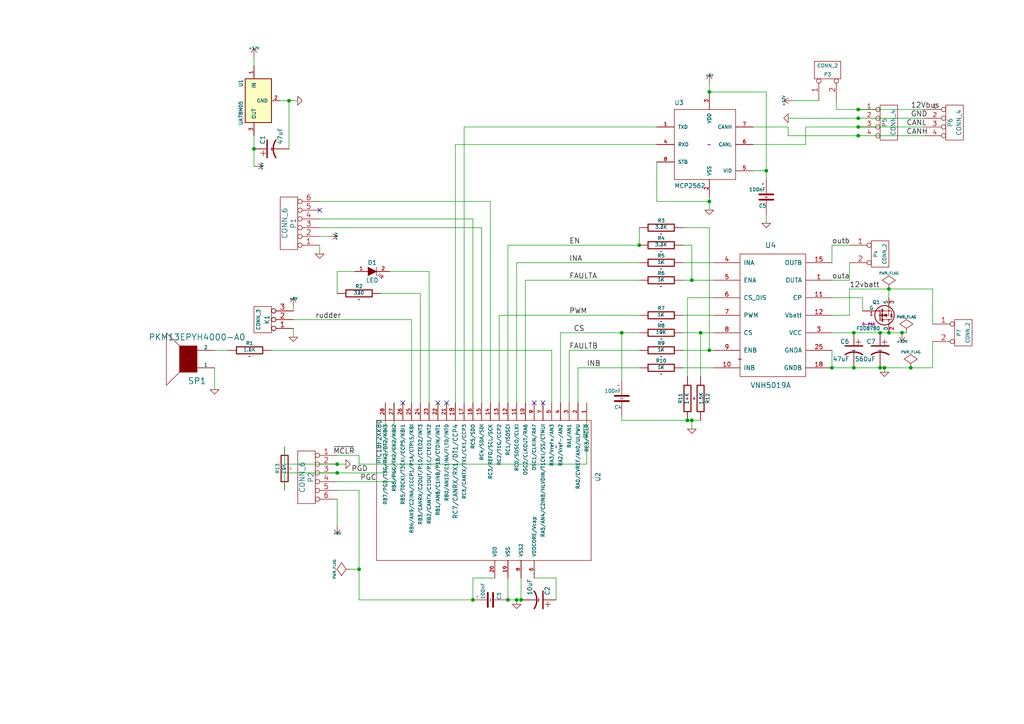
<source format=kicad_sch>
(kicad_sch (version 20211123) (generator eeschema)
  (paper "A4")
  (title_block (title "noname.sch") (date "6 mar 2014"))
  (lib_symbols
    (symbol "command-rescue:+12V" (power) (pin_names (offset 0))
      (property "Value" "+12V" (at 0 3.556 0))
      (symbol "+12V_0_1"
        (polyline (pts (xy -0.762 1.27) (xy 0 2.54)))
        (polyline (pts (xy 0 0) (xy 0 2.54)))
        (polyline (pts (xy 0 2.54) (xy 0.762 1.27)))
      )
      (symbol "+12V_1_1"
        (pin power_in line (at 0 0 90) (length 0) hide (name "+12V") (number "1"))
      )
    )
    (symbol "command-rescue:+5V" (power) (pin_names (offset 0))
      (property "Value" "+5V" (at 0 3.556 0))
      (symbol "+5V_0_1"
        (polyline (pts (xy -0.762 1.27) (xy 0 2.54)))
        (polyline (pts (xy 0 0) (xy 0 2.54)))
        (polyline (pts (xy 0 2.54) (xy 0.762 1.27)))
      )
      (symbol "+5V_1_1"
        (pin power_in line (at 0 0 90) (length 0) hide (name "+5V") (number "1"))
      )
    )
    (symbol "command-rescue:C-RESCUE-command" (pin_numbers hide) (pin_names (offset 0.254))
      (property "Reference" "C" (at 0 2.54 0))
      (property "Value" "C-RESCUE-command" (at 0.1524 -2.159 0))
      (symbol "C-RESCUE-command_0_1"
        (polyline (pts (xy -2.032 -0.762) (xy 2.032 -0.762)) (stroke (width 0.508)))
        (polyline (pts (xy -2.032 0.762) (xy 2.032 0.762)) (stroke (width 0.508)))
      )
      (symbol "C-RESCUE-command_1_1"
        (pin passive line (at 0 5.08 270) (length 4.318) (name "~") (number "1"))
        (pin passive line (at 0 -5.08 90) (length 4.318) (name "~") (number "2"))
      )
    )
    (symbol "command-rescue:CONN_2" (pin_names (offset 1.016) hide)
      (property "Reference" "P" (at -1.27 0 90))
      (property "Value" "CONN_2" (at 1.27 0 90))
      (symbol "CONN_2_0_1"
        (rectangle (start -2.54 3.81) (end 2.54 -3.81))
      )
      (symbol "CONN_2_1_1"
        (pin passive inverted (at -8.89 2.54 0) (length 6.35) (name "P1") (number "1"))
        (pin passive inverted (at -8.89 -2.54 0) (length 6.35) (name "PM") (number "2"))
      )
    )
    (symbol "command-rescue:CONN_3" (pin_names (offset 1.016) hide)
      (property "Reference" "K" (at -1.27 0 90))
      (property "Value" "CONN_3" (at 1.27 0 90))
      (symbol "CONN_3_0_1"
        (rectangle (start -2.54 3.81) (end 2.54 -3.81))
      )
      (symbol "CONN_3_1_1"
        (pin passive inverted (at -8.89 2.54 0) (length 6.35) (name "P1") (number "1"))
        (pin passive inverted (at -8.89 0 0) (length 6.35) (name "PM") (number "2"))
        (pin passive inverted (at -8.89 -2.54 0) (length 6.35) (name "P3") (number "3"))
      )
    )
    (symbol "command-rescue:CONN_4" (pin_names (offset 1.016) hide)
      (property "Reference" "P" (at -1.27 0 90))
      (property "Value" "CONN_4" (at 1.27 0 90))
      (symbol "CONN_4_0_1"
        (rectangle (start -2.54 5.08) (end 2.54 -5.08))
      )
      (symbol "CONN_4_1_1"
        (pin passive inverted (at -8.89 3.81 0) (length 6.35) (name "P1") (number "1"))
        (pin passive inverted (at -8.89 1.27 0) (length 6.35) (name "P2") (number "2"))
        (pin passive inverted (at -8.89 -1.27 0) (length 6.35) (name "P3") (number "3"))
        (pin passive inverted (at -8.89 -3.81 0) (length 6.35) (name "P4") (number "4"))
      )
    )
    (symbol "command-rescue:CONN_6" (pin_names (offset 0.762) hide)
      (property "Reference" "P" (at -1.27 0 90))
      (property "Value" "CONN_6" (at 1.27 0 90))
      (symbol "CONN_6_0_1"
        (rectangle (start -2.54 7.62) (end 2.54 -7.62))
      )
      (symbol "CONN_6_1_1"
        (pin passive inverted (at -8.89 6.35 0) (length 6.35) (name "1") (number "1"))
        (pin passive inverted (at -8.89 3.81 0) (length 6.35) (name "2") (number "2"))
        (pin passive inverted (at -8.89 1.27 0) (length 6.35) (name "3") (number "3"))
        (pin passive inverted (at -8.89 -1.27 0) (length 6.35) (name "4") (number "4"))
        (pin passive inverted (at -8.89 -3.81 0) (length 6.35) (name "5") (number "5"))
        (pin passive inverted (at -8.89 -6.35 0) (length 6.35) (name "6") (number "6"))
      )
    )
    (symbol "command-rescue:CP1-RESCUE-command" (pin_numbers hide) (pin_names (offset 0.254) hide)
      (property "Reference" "C" (at 1.27 2.54 0))
      (property "Value" "CP1-RESCUE-command" (at 1.27 -2.54 0))
      (symbol "CP1-RESCUE-command_0_0"
        (text "+" (at -1.27 2.54 0) (effects (font (size 2.032 2.032))))
      )
      (symbol "CP1-RESCUE-command_0_1"
        (polyline (pts (xy -2.54 1.27) (xy 2.54 1.27) (xy 1.27 1.27) (xy 1.27 1.27)) (stroke (width 0.381)))
        (arc (start 2.54 -1.27) (mid 0 -0.5009) (end -2.54 -1.27) (stroke (width 0.381)))
      )
      (symbol "CP1-RESCUE-command_1_1"
        (pin passive line (at 0 5.08 270) (length 3.81) (name "~") (number "1"))
        (pin passive line (at 0 -5.08 90) (length 4.572) (name "~") (number "2"))
      )
    )
    (symbol "command-rescue:GND-RESCUE-command" (power) (pin_names (offset 0))
      (symbol "GND-RESCUE-command_0_1"
        (polyline (pts (xy -1.27 0) (xy 0 -1.27) (xy 1.27 0) (xy -1.27 0)))
      )
      (symbol "GND-RESCUE-command_1_1"
        (pin power_in line (at 0 0 90) (length 0) hide (name "GND") (number "1"))
      )
    )
    (symbol "command-rescue:LED-RESCUE-command" (pin_names (offset 1.016) hide)
      (property "Reference" "D" (at 0 2.54 0))
      (property "Value" "LED-RESCUE-command" (at 0 -2.54 0))
      (symbol "LED-RESCUE-command_0_1"
        (polyline (pts (xy 1.27 1.27) (xy 1.27 -1.27)))
        (polyline (pts (xy -1.27 1.27) (xy 1.27 0) (xy -1.27 -1.27)) (fill (type outline)))
        (polyline (pts (xy 1.651 -1.016) (xy 2.794 -2.032) (xy 2.667 -1.397)))
        (polyline (pts (xy 2.032 -0.635) (xy 3.175 -1.651) (xy 3.048 -1.016)))
      )
      (symbol "LED-RESCUE-command_1_1"
        (pin passive line (at -5.08 0 0) (length 3.81) (name "A") (number "1"))
        (pin passive line (at 5.08 0 180) (length 3.81) (name "K") (number "2"))
      )
    )
    (symbol "command-rescue:MC78M05CDT" (pin_names (offset 1.016))
      (property "Reference" "U" (at -5.08 5.08 0))
      (property "Value" "MC78M05CDT" (at 0 5.08 0))
      (property "Footprint" "TO-252" (at 0 2.54 0))
      (symbol "MC78M05CDT_0_1"
        (rectangle (start -6.35 3.81) (end 6.35 -3.81) (stroke (width 0.254)) (fill (type background)))
      )
      (symbol "MC78M05CDT_1_1"
        (pin input line (at -10.16 1.27 0) (length 3.81) (name "IN") (number "1"))
        (pin power_in line (at 0 -6.35 90) (length 2.54) (name "GND") (number "2"))
        (pin power_out line (at 10.16 1.27 180) (length 3.81) (name "OUT") (number "3"))
      )
    )
    (symbol "command-rescue:PWR_FLAG" (power) (pin_numbers hide) (pin_names (offset 0) hide)
      (property "Value" "PWR_FLAG" (at 0 4.572 0))
      (symbol "PWR_FLAG_0_0"
        (pin power_out line (at 0 0 90) (length 0) (name "pwr") (number "1"))
      )
      (symbol "PWR_FLAG_0_1"
        (polyline (pts (xy 0 0) (xy 0 1.27) (xy -1.905 2.54) (xy 0 3.81) (xy 1.905 2.54) (xy 0 1.27)))
      )
    )
    (symbol "command-rescue:R-RESCUE-command" (pin_numbers hide) (pin_names (offset 0))
      (property "Reference" "R" (at 2.032 0 90))
      (property "Value" "R-RESCUE-command" (at 0.1778 0.0254 90))
      (symbol "R-RESCUE-command_0_1"
        (rectangle (start -1.016 3.81) (end 1.016 -3.81) (stroke (width 0.3048)))
      )
      (symbol "R-RESCUE-command_1_1"
        (pin passive line (at 0 6.35 270) (length 2.54) (name "~") (number "1"))
        (pin passive line (at 0 -6.35 90) (length 2.54) (name "~") (number "2"))
      )
    )
    (symbol "command-rescue:SPEAKER" (pin_numbers hide) (pin_names (offset 0))
      (property "Reference" "SP" (at -2.54 6.35 0))
      (property "Value" "SPEAKER" (at -2.54 -6.35 0))
      (symbol "SPEAKER_0_0"
        (polyline (pts (xy 2.54 3.81) (xy 6.35 7.62) (xy 6.35 -7.62) (xy 2.54 -3.81)))
        (polyline (pts (xy -2.54 3.81) (xy 2.54 3.81) (xy 2.54 -3.81) (xy -2.54 -3.81) (xy -2.54 3.81)) (fill (type outline)))
      )
      (symbol "SPEAKER_1_1"
        (pin input line (at -7.62 2.54 0) (length 5.08) (name "1") (number "1"))
        (pin input line (at -7.62 -2.54 0) (length 5.08) (name "2") (number "2"))
      )
    )
    (symbol "fdd8780:FDD8780" (pin_names (offset 0))
      (property "Reference" "Q" (at 0 -3.7846 0))
      (property "Value" "FDD8780" (at 0 3.81 0))
      (property "Footprint" "D-PAK" (at -3.302 2.5908 0))
      (symbol "FDD8780_0_1"
        (polyline (pts (xy 0.635 -1.016) (xy 0.635 -1.651)) (stroke (width 0.508)))
        (polyline (pts (xy 0.635 0.381) (xy 0.635 -0.381)) (stroke (width 0.508)))
        (polyline (pts (xy 0.635 1.651) (xy 0.635 1.016)) (stroke (width 0.508)))
        (polyline (pts (xy 3.048 0.381) (xy 2.921 0.254)))
        (polyline (pts (xy 3.048 0.381) (xy 3.556 0.381)))
        (polyline (pts (xy 3.556 0.381) (xy 3.683 0.508)))
        (polyline (pts (xy 0 1.524) (xy 0 -1.524) (xy 0 -1.524)) (stroke (width 0.254)))
        (polyline (pts (xy 0.762 -1.27) (xy 2.54 -1.27) (xy 2.54 -2.54) (xy 2.54 -2.54)))
        (polyline (pts (xy 0.762 1.27) (xy 2.54 1.27) (xy 2.54 2.54) (xy 2.54 2.54)))
        (polyline (pts (xy 2.54 1.27) (xy 3.302 1.27) (xy 3.302 -1.27) (xy 2.54 -1.27)))
        (polyline (pts (xy 3.302 0.381) (xy 3.048 -0.254) (xy 3.556 -0.254) (xy 3.302 0.381)) (fill (type outline)))
        (polyline (pts (xy 0.762 0) (xy 1.27 0) (xy 2.54 0) (xy 2.54 -1.27) (xy 2.54 -1.27)))
        (polyline (pts (xy 0.889 0) (xy 1.905 0.381) (xy 1.905 -0.381) (xy 0.889 0) (xy 1.016 0) (xy 1.016 0)) (fill (type outline)))
        (circle (center 1.27 0) (radius 2.8194) (stroke (width 0.254)))
        (circle (center 2.54 -1.27) (radius 0.127))
        (circle (center 2.54 1.27) (radius 0.127))
      )
      (symbol "FDD8780_1_1"
        (pin input line (at -5.08 -1.27 0) (length 5.08) (name "G") (number "1"))
        (pin passive line (at 2.54 5.08 270) (length 2.54) (name "D") (number "2"))
        (pin passive line (at 2.54 -5.08 90) (length 2.54) (name "S") (number "3"))
      )
    )
    (symbol "microchip-local:MCP2562" (pin_names (offset 1.016))
      (property "Reference" "U" (at -10.16 11.43 0))
      (property "Value" "MCP2562" (at -10.16 -12.7 0))
      (symbol "MCP2562_1_0"
        (polyline (pts (xy -10.16 -10.16) (xy 7.62 -10.16)))
        (polyline (pts (xy -10.16 10.16) (xy -10.16 -10.16)))
        (polyline (pts (xy 7.62 -10.16) (xy 7.62 10.16)))
        (polyline (pts (xy 7.62 10.16) (xy -10.16 10.16)))
      )
      (symbol "MCP2562_1_1"
        (pin input line (at -15.24 5.08 0) (length 5.08) (name "TXD") (number "1"))
        (pin power_in line (at 0 -15.24 90) (length 5.08) (name "VSS") (number "2"))
        (pin power_in line (at 0 15.24 270) (length 5.08) (name "VDD") (number "3"))
        (pin output line (at -15.24 0 0) (length 5.08) (name "RXD") (number "4"))
        (pin power_in line (at 12.7 -7.62 180) (length 5.08) (name "VIO") (number "5"))
        (pin bidirectional line (at 12.7 0 180) (length 5.08) (name "CANL") (number "6"))
        (pin bidirectional line (at 12.7 5.08 180) (length 5.08) (name "CANH") (number "7"))
        (pin input line (at -15.24 -5.08 0) (length 5.08) (name "STB") (number "8"))
      )
    )
    (symbol "microchip-local:PIC18F2xK80" (pin_names (offset 1.016))
      (property "Reference" "U" (at 2.54 33.02 0))
      (property "Value" "PIC18F2xK80" (at 7.62 -33.02 0))
      (symbol "PIC18F2xK80_1_0"
        (polyline (pts (xy -20.32 -30.48) (xy 20.32 -30.48)))
        (polyline (pts (xy -20.32 31.75) (xy -20.32 -30.48)))
        (polyline (pts (xy 20.32 -30.48) (xy 20.32 31.75)))
        (polyline (pts (xy 20.32 31.75) (xy -20.32 31.75)))
      )
      (symbol "PIC18F2xK80_1_1"
        (pin input line (at 25.4 30.48 180) (length 5.08) (name "RE3/~{MCLR}") (number "1"))
        (pin bidirectional line (at 25.4 12.7 180) (length 5.08) (name "OSC2/CLKOUT/RA6") (number "10"))
        (pin bidirectional line (at 25.4 10.16 180) (length 5.08) (name "RC0/SOSCO/CLKI") (number "11"))
        (pin bidirectional line (at 25.4 7.62 180) (length 5.08) (name "RC1/ISOSCI") (number "12"))
        (pin bidirectional line (at 25.4 5.08 180) (length 5.08) (name "RC2/T1G/CCP2") (number "13"))
        (pin bidirectional line (at 25.4 2.54 180) (length 5.08) (name "RC3/REFO/SCL/SCK") (number "14"))
        (pin bidirectional line (at 25.4 0 180) (length 5.08) (name "RC4/SDA/SDI") (number "15"))
        (pin bidirectional line (at 25.4 -2.54 180) (length 5.08) (name "RC5/SDO") (number "16"))
        (pin bidirectional line (at 25.4 -5.08 180) (length 5.08) (name "RC6/CANTX/TX1/CK1/CCP3") (number "17"))
        (pin input line (at 25.4 -7.62 180) (length 5.08) (name "RC7/CANRX/RX1/DT1/CCP4") (number "18"))
        (pin power_in line (at -25.4 7.62 0) (length 5.08) (name "VSS") (number "19"))
        (pin bidirectional line (at 25.4 27.94 180) (length 5.08) (name "RA0/CVREF/AN0/ULPWU") (number "2"))
        (pin power_in line (at -25.4 3.81 0) (length 5.08) (name "VDD") (number "20"))
        (pin bidirectional line (at 25.4 -10.16 180) (length 5.08) (name "RB0/AN10/C1INA/FLT0/INT0") (number "21"))
        (pin bidirectional line (at 25.4 -12.7 180) (length 5.08) (name "RB1/AN8/C1INB/P1B/CTDIN/INT1") (number "22"))
        (pin bidirectional line (at 25.4 -15.24 180) (length 5.08) (name "RB2/CANTX/C1OUT/P1C/CTED1/INT2") (number "23"))
        (pin bidirectional line (at 25.4 -17.78 180) (length 5.08) (name "RB3/CANRX/C2OUT/P1D/CTED2/INT3") (number "24"))
        (pin bidirectional line (at 25.4 -20.32 180) (length 5.08) (name "RB4/AN9/C2INA/ECCP1/P1A/CTPLS/KBI") (number "25"))
        (pin bidirectional line (at 25.4 -22.86 180) (length 5.08) (name "RB5/T0CKI/T3CKI/CCP5/KBI1") (number "26"))
        (pin bidirectional line (at 25.4 -25.4 180) (length 5.08) (name "RB6/PGC/TX2/CK2/KBI2") (number "27"))
        (pin bidirectional line (at 25.4 -27.94 180) (length 5.08) (name "RB7/PGD/T3G/RX2/DT2/KBI3") (number "28"))
        (pin bidirectional line (at 25.4 25.4 180) (length 5.08) (name "RA1/AN1") (number "3"))
        (pin bidirectional line (at 25.4 22.86 180) (length 5.08) (name "RA2/Vref-/AN2") (number "4"))
        (pin bidirectional line (at 25.4 20.32 180) (length 5.08) (name "RA3/Vref+/AN3") (number "5"))
        (pin bidirectional line (at -25.4 15.24 0) (length 5.08) (name "VDDCORE/Vcap") (number "6"))
        (pin bidirectional line (at 25.4 17.78 180) (length 5.08) (name "RA5/AN4/C2INB/HLVDIN/T1CKI/SS/CTMUI") (number "7"))
        (pin power_in line (at -25.4 11.43 0) (length 5.08) (name "VSS2") (number "8"))
        (pin bidirectional line (at 25.4 15.24 180) (length 5.08) (name "OSC1/CLKIN/RA7") (number "9"))
      )
    )
    (symbol "vnh5019a:VNH5019A" (pin_names (offset 1.016))
      (property "Reference" "U" (at 0 20.32 0))
      (property "Value" "VNH5019A" (at 0 -20.32 0))
      (symbol "VNH5019A_0_1"
        (rectangle (start 10.16 17.78) (end -8.89 -17.78))
      )
      (symbol "VNH5019A_1_1"
        (pin output line (at 17.78 10.16 180) (length 7.62) (name "OUTA") (number "1"))
        (pin input line (at -16.51 -15.24 0) (length 7.62) (name "INB") (number "10"))
        (pin output line (at 17.78 5.08 180) (length 7.62) (name "CP") (number "11"))
        (pin power_in line (at 17.78 0 180) (length 7.62) (name "Vbatt") (number "12"))
        (pin output line (at 17.78 15.24 180) (length 7.62) (name "OUTB") (number "15"))
        (pin power_in line (at 17.78 -15.24 180) (length 7.62) (name "GNDB") (number "18"))
        (pin power_in line (at 17.78 -10.16 180) (length 7.62) (name "GNDA") (number "25"))
        (pin power_in line (at 17.78 -5.08 180) (length 7.62) (name "VCC") (number "3"))
        (pin input line (at -16.51 15.24 0) (length 7.62) (name "INA") (number "4"))
        (pin open_collector line (at -16.51 10.16 0) (length 7.62) (name "ENA") (number "5"))
        (pin input line (at -16.51 5.08 0) (length 7.62) (name "CS_DIS") (number "6"))
        (pin input line (at -16.51 0 0) (length 7.62) (name "PWM") (number "7"))
        (pin output line (at -16.51 -5.08 0) (length 7.62) (name "CS") (number "8"))
        (pin open_collector line (at -16.51 -10.16 0) (length 7.62) (name "ENB") (number "9"))
      )
    )
  )
  (junction (at 73.66 43.18))
  (junction (at 104.14 165.1))
  (junction (at 255.27 96.52))
  (junction (at 205.74 26.67))
  (junction (at 257.81 83.82))
  (junction (at 83.82 29.21))
  (junction (at 180.34 96.52))
  (junction (at 248.92 31.75))
  (junction (at 149.86 173.99))
  (junction (at 97.79 134.62))
  (junction (at 257.81 96.52))
  (junction (at 247.65 106.68))
  (junction (at 200.66 81.28))
  (junction (at 241.3 106.68))
  (junction (at 248.92 39.37))
  (junction (at 151.13 173.99))
  (junction (at 147.32 173.99))
  (junction (at 264.16 106.68))
  (junction (at 203.2 96.52))
  (junction (at 185.42 71.12))
  (junction (at 248.92 36.83))
  (junction (at 261.62 96.52))
  (junction (at 200.66 121.92))
  (junction (at 247.65 96.52))
  (junction (at 137.16 173.99))
  (junction (at 97.79 137.16))
  (junction (at 199.39 121.92))
  (junction (at 205.74 101.6))
  (junction (at 222.25 49.53))
  (junction (at 248.92 34.29))
  (junction (at 205.74 58.42))
  (junction (at 256.54 106.68))
  (junction (at 255.27 106.68))
  (no_connect (at 129.54 116.84))
  (no_connect (at 157.48 116.84))
  (no_connect (at 127 116.84))
  (no_connect (at 154.94 116.84))
  (no_connect (at 116.84 116.84))
  (no_connect (at 92.71 60.96))
  (wire (pts (xy 205.74 57.15) (xy 205.74 58.42)))
  (wire (pts (xy 152.4 81.28) (xy 152.4 116.84)))
  (wire (pts (xy 95.25 68.58) (xy 92.71 68.58)))
  (wire (pts (xy 247.65 106.68) (xy 255.27 106.68)))
  (wire (pts (xy 200.66 71.12) (xy 200.66 81.28)))
  (wire (pts (xy 222.25 26.67) (xy 222.25 49.53)))
  (wire (pts (xy 142.24 58.42) (xy 92.71 58.42)))
  (wire (pts (xy 104.14 132.08) (xy 97.79 132.08)))
  (wire (pts (xy 62.23 101.6) (xy 66.04 101.6)))
  (wire (pts (xy 152.4 81.28) (xy 185.42 81.28)))
  (wire (pts (xy 104.14 134.62) (xy 170.18 134.62)))
  (wire (pts (xy 134.62 36.83) (xy 190.5 36.83)))
  (wire (pts (xy 198.12 66.04) (xy 205.74 66.04)))
  (wire (pts (xy 162.56 116.84) (xy 162.56 96.52)))
  (wire (pts (xy 261.62 96.52) (xy 262.89 96.52)))
  (wire (pts (xy 233.68 36.83) (xy 233.68 41.91)))
  (wire (pts (xy 104.14 142.24) (xy 97.79 142.24)))
  (wire (pts (xy 255.27 106.68) (xy 256.54 106.68)))
  (wire (pts (xy 228.6 36.83) (xy 228.6 39.37)))
  (wire (pts (xy 151.13 173.99) (xy 151.13 167.64)))
  (wire (pts (xy 180.34 110.49) (xy 180.34 96.52)))
  (wire (pts (xy 257.81 83.82) (xy 270.51 83.82)))
  (wire (pts (xy 134.62 36.83) (xy 134.62 116.84)))
  (wire (pts (xy 147.32 173.99) (xy 147.32 167.64)))
  (wire (pts (xy 222.25 49.53) (xy 222.25 52.07)))
  (wire (pts (xy 255.27 96.52) (xy 257.81 96.52)))
  (wire (pts (xy 248.92 36.83) (xy 267.97 36.83)))
  (wire (pts (xy 190.5 46.99) (xy 190.5 58.42)))
  (wire (pts (xy 205.74 58.42) (xy 205.74 60.96)))
  (wire (pts (xy 137.16 173.99) (xy 137.16 167.64)))
  (wire (pts (xy 147.32 71.12) (xy 185.42 71.12)))
  (wire (pts (xy 248.92 39.37) (xy 267.97 39.37)))
  (wire (pts (xy 257.81 96.52) (xy 261.62 96.52)))
  (wire (pts (xy 270.51 106.68) (xy 270.51 99.06)))
  (wire (pts (xy 185.42 71.12) (xy 185.42 66.04)))
  (wire (pts (xy 205.74 26.67) (xy 222.25 26.67)))
  (wire (pts (xy 165.1 101.6) (xy 185.42 101.6)))
  (wire (pts (xy 199.39 121.92) (xy 200.66 121.92)))
  (wire (pts (xy 228.6 39.37) (xy 248.92 39.37)))
  (wire (pts (xy 137.16 116.84) (xy 137.16 63.5)))
  (wire (pts (xy 207.01 91.44) (xy 198.12 91.44)))
  (wire (pts (xy 85.09 92.71) (xy 119.38 92.71)))
  (wire (pts (xy 101.6 165.1) (xy 104.14 165.1)))
  (wire (pts (xy 248.92 31.75) (xy 267.97 31.75)))
  (wire (pts (xy 92.71 71.12) (xy 92.71 73.66)))
  (wire (pts (xy 205.74 101.6) (xy 207.01 101.6)))
  (wire (pts (xy 246.38 81.28) (xy 246.38 76.2)))
  (wire (pts (xy 205.74 66.04) (xy 205.74 101.6)))
  (wire (pts (xy 203.2 96.52) (xy 203.2 109.22)))
  (wire (pts (xy 143.51 167.64) (xy 137.16 167.64)))
  (wire (pts (xy 82.55 137.16) (xy 97.79 137.16)))
  (wire (pts (xy 142.24 58.42) (xy 142.24 116.84)))
  (wire (pts (xy 161.29 167.64) (xy 154.94 167.64)))
  (wire (pts (xy 241.3 96.52) (xy 247.65 96.52)))
  (wire (pts (xy 242.57 31.75) (xy 242.57 29.21)))
  (wire (pts (xy 167.64 106.68) (xy 185.42 106.68)))
  (wire (pts (xy 119.38 92.71) (xy 119.38 116.84)))
  (wire (pts (xy 180.34 121.92) (xy 199.39 121.92)))
  (wire (pts (xy 83.82 29.21) (xy 86.36 29.21)))
  (wire (pts (xy 97.79 134.62) (xy 100.33 134.62)))
  (wire (pts (xy 160.02 101.6) (xy 160.02 116.84)))
  (wire (pts (xy 248.92 34.29) (xy 267.97 34.29)))
  (wire (pts (xy 180.34 121.92) (xy 180.34 120.65)))
  (wire (pts (xy 137.16 63.5) (xy 92.71 63.5)))
  (wire (pts (xy 139.7 66.04) (xy 139.7 116.84)))
  (wire (pts (xy 144.78 91.44) (xy 185.42 91.44)))
  (wire (pts (xy 147.32 173.99) (xy 149.86 173.99)))
  (wire (pts (xy 132.08 41.91) (xy 132.08 116.84)))
  (wire (pts (xy 218.44 36.83) (xy 228.6 36.83)))
  (wire (pts (xy 241.3 71.12) (xy 246.38 71.12)))
  (wire (pts (xy 198.12 101.6) (xy 205.74 101.6)))
  (wire (pts (xy 199.39 86.36) (xy 207.01 86.36)))
  (wire (pts (xy 228.6 34.29) (xy 248.92 34.29)))
  (wire (pts (xy 124.46 78.74) (xy 124.46 116.84)))
  (wire (pts (xy 73.66 43.18) (xy 73.66 48.26)))
  (wire (pts (xy 104.14 134.62) (xy 104.14 132.08)))
  (wire (pts (xy 161.29 167.64) (xy 161.29 173.99)))
  (wire (pts (xy 203.2 96.52) (xy 207.01 96.52)))
  (wire (pts (xy 241.3 81.28) (xy 246.38 81.28)))
  (wire (pts (xy 247.65 96.52) (xy 255.27 96.52)))
  (wire (pts (xy 180.34 96.52) (xy 185.42 96.52)))
  (wire (pts (xy 149.86 173.99) (xy 149.86 175.26)))
  (wire (pts (xy 256.54 106.68) (xy 264.16 106.68)))
  (wire (pts (xy 132.08 41.91) (xy 190.5 41.91)))
  (wire (pts (xy 149.86 76.2) (xy 149.86 116.84)))
  (wire (pts (xy 199.39 109.22) (xy 199.39 86.36)))
  (wire (pts (xy 200.66 124.46) (xy 200.66 121.92)))
  (wire (pts (xy 170.18 134.62) (xy 170.18 116.84)))
  (wire (pts (xy 102.87 78.74) (xy 97.79 78.74)))
  (wire (pts (xy 97.79 137.16) (xy 111.76 137.16)))
  (wire (pts (xy 104.14 142.24) (xy 104.14 165.1)))
  (wire (pts (xy 264.16 106.68) (xy 270.51 106.68)))
  (wire (pts (xy 110.49 85.09) (xy 121.92 85.09)))
  (wire (pts (xy 205.74 24.13) (xy 205.74 26.67)))
  (wire (pts (xy 97.79 78.74) (xy 97.79 85.09)))
  (wire (pts (xy 82.55 134.62) (xy 97.79 134.62)))
  (wire (pts (xy 149.86 173.99) (xy 151.13 173.99)))
  (wire (pts (xy 144.78 116.84) (xy 144.78 91.44)))
  (wire (pts (xy 241.3 101.6) (xy 241.3 106.68)))
  (wire (pts (xy 82.55 137.16) (xy 82.55 142.24)))
  (wire (pts (xy 233.68 41.91) (xy 218.44 41.91)))
  (wire (pts (xy 162.56 96.52) (xy 180.34 96.52)))
  (wire (pts (xy 222.25 62.23) (xy 222.25 64.77)))
  (wire (pts (xy 81.28 29.21) (xy 83.82 29.21)))
  (wire (pts (xy 198.12 81.28) (xy 200.66 81.28)))
  (wire (pts (xy 62.23 106.68) (xy 62.23 113.03)))
  (wire (pts (xy 207.01 106.68) (xy 198.12 106.68)))
  (wire (pts (xy 111.76 137.16) (xy 111.76 116.84)))
  (wire (pts (xy 114.3 116.84) (xy 114.3 139.7)))
  (wire (pts (xy 222.25 49.53) (xy 218.44 49.53)))
  (wire (pts (xy 241.3 76.2) (xy 241.3 71.12)))
  (wire (pts (xy 257.81 83.82) (xy 257.81 86.36)))
  (wire (pts (xy 246.38 83.82) (xy 257.81 83.82)))
  (wire (pts (xy 200.66 121.92) (xy 203.2 121.92)))
  (wire (pts (xy 149.86 76.2) (xy 185.42 76.2)))
  (wire (pts (xy 190.5 58.42) (xy 205.74 58.42)))
  (wire (pts (xy 83.82 43.18) (xy 83.82 29.21)))
  (wire (pts (xy 147.32 71.12) (xy 147.32 116.84)))
  (wire (pts (xy 250.19 86.36) (xy 250.19 90.17)))
  (wire (pts (xy 73.66 16.51) (xy 73.66 19.05)))
  (wire (pts (xy 73.66 39.37) (xy 73.66 43.18)))
  (wire (pts (xy 114.3 139.7) (xy 97.79 139.7)))
  (wire (pts (xy 113.03 78.74) (xy 124.46 78.74)))
  (wire (pts (xy 121.92 85.09) (xy 121.92 116.84)))
  (wire (pts (xy 85.09 97.79) (xy 85.09 95.25)))
  (wire (pts (xy 270.51 83.82) (xy 270.51 93.98)))
  (wire (pts (xy 241.3 86.36) (xy 250.19 86.36)))
  (wire (pts (xy 207.01 76.2) (xy 198.12 76.2)))
  (wire (pts (xy 85.09 88.9) (xy 85.09 90.17)))
  (wire (pts (xy 78.74 101.6) (xy 160.02 101.6)))
  (wire (pts (xy 92.71 66.04) (xy 139.7 66.04)))
  (wire (pts (xy 200.66 71.12) (xy 198.12 71.12)))
  (wire (pts (xy 104.14 173.99) (xy 137.16 173.99)))
  (wire (pts (xy 198.12 96.52) (xy 203.2 96.52)))
  (wire (pts (xy 246.38 83.82) (xy 246.38 91.44)))
  (wire (pts (xy 229.87 29.21) (xy 237.49 29.21)))
  (wire (pts (xy 167.64 116.84) (xy 167.64 106.68)))
  (wire (pts (xy 104.14 165.1) (xy 104.14 173.99)))
  (wire (pts (xy 242.57 31.75) (xy 248.92 31.75)))
  (wire (pts (xy 200.66 81.28) (xy 207.01 81.28)))
  (wire (pts (xy 97.79 144.78) (xy 97.79 152.4)))
  (wire (pts (xy 241.3 106.68) (xy 247.65 106.68)))
  (wire (pts (xy 82.55 134.62) (xy 82.55 129.54)))
  (wire (pts (xy 165.1 116.84) (xy 165.1 101.6)))
  (wire (pts (xy 246.38 91.44) (xy 241.3 91.44)))
  (wire (pts (xy 233.68 36.83) (xy 248.92 36.83)))
  (wire (pts (xy 256.54 107.95) (xy 256.54 106.68)))
  (label "12vbatt" (at 246.38 83.82 0) (effects (font (size 1.524 1.524))))
  (label "FAULTA" (at 165.1 81.28 0) (effects (font (size 1.524 1.524))))
  (label "EN" (at 165.1 71.12 0) (effects (font (size 1.524 1.524))))
  (label "PGC" (at 109.22 139.7 180) (effects (font (size 1.524 1.524))))
  (label "PGD" (at 106.68 137.16 180) (effects (font (size 1.524 1.524))))
  (label "outb" (at 241.3 71.12 0) (effects (font (size 1.524 1.524))))
  (label "~{MCLR}" (at 102.87 132.08 180) (effects (font (size 1.524 1.524))))
  (label "CANH" (at 262.89 39.37 0) (effects (font (size 1.524 1.524))))
  (label "CANL" (at 262.89 36.83 0) (effects (font (size 1.524 1.524))))
  (label "GND" (at 264.16 34.29 0) (effects (font (size 1.524 1.524))))
  (label "12Vbus" (at 264.16 31.75 0) (effects (font (size 1.524 1.524))))
  (label "CS" (at 166.37 96.52 0) (effects (font (size 1.524 1.524))))
  (label "rudder" (at 91.44 92.71 0) (effects (font (size 1.524 1.524))))
  (label "INB" (at 170.18 106.68 0) (effects (font (size 1.524 1.524))))
  (label "INA" (at 165.1 76.2 0) (effects (font (size 1.524 1.524))))
  (label "FAULTB" (at 165.1 101.6 0) (effects (font (size 1.524 1.524))))
  (label "outa" (at 241.3 81.28 0) (effects (font (size 1.524 1.524))))
  (label "PWM" (at 165.1 91.44 0) (effects (font (size 1.524 1.524))))
  (symbol (lib_id "command-rescue:CONN_2") (at 240.03 20.32 90) (unit 1)
    (property "Reference" "P3" (at 240.03 21.59 90) (effects (font (size 1.016 1.016))))
    (property "Value" "CONN_2" (at 240.03 19.05 90) (effects (font (size 1.016 1.016))))
  )
  (symbol (lib_id "command-rescue:+12V") (at 229.87 29.21 90) (unit 1)
    (property "Reference" "#PWR021" (effects hide))
    (property "Value" "+12V" (at 227.33 29.21 0) (effects (font (size 0.762 0.762))))
  )
  (symbol (lib_id "command-rescue:C-RESCUE-command") (at 222.25 57.15 180) (unit 1)
    (property "Reference" "C5" (at 222.25 59.69 0) (effects (font (size 1.016 1.016)) (justify left)))
    (property "Value" "100nF" (at 222.0976 54.991 0) (effects (font (size 1.016 1.016)) (justify left)))
    (property "Footprint" "~" (at 221.2848 53.34 0) (effects (font (size 0.762 0.762))))
    (property "Datasheet" "~" (at 222.25 57.15 0) (effects (font (size 1.524 1.524))))
  )
  (symbol (lib_id "command-rescue:+12V") (at 261.62 96.52 0) (mirror x) (unit 1)
    (property "Reference" "#PWR03" (effects hide))
    (property "Value" "+12V" (at 261.62 99.06 0) (effects (font (size 0.762 0.762))))
  )
  (symbol (lib_id "command-rescue:PWR_FLAG") (at 257.81 83.82 0) (mirror y) (unit 1)
    (property "Reference" "#U015" (effects hide))
    (property "Value" "PWR_FLAG" (at 257.81 79.248 0) (effects (font (size 0.762 0.762))))
  )
  (symbol (lib_id "command-rescue:CP1-RESCUE-command") (at 156.21 173.99 270) (mirror x) (unit 1)
    (property "Reference" "C2" (at 158.75 172.72 0) (effects (justify left)))
    (property "Value" "10uF" (at 153.67 172.72 0) (effects (justify left)))
    (property "Footprint" "~" (at 156.21 173.99 0) (effects (font (size 1.524 1.524))))
    (property "Datasheet" "~" (at 156.21 173.99 0) (effects (font (size 1.524 1.524))))
  )
  (symbol (lib_id "command-rescue:CONN_6") (at 83.82 64.77 180) (unit 1)
    (property "Reference" "P1" (at 85.09 64.77 90) (effects (font (size 1.524 1.524))))
    (property "Value" "CONN_6" (at 82.55 64.77 90) (effects (font (size 1.524 1.524))))
  )
  (symbol (lib_id "command-rescue:GND-RESCUE-command") (at 85.09 97.79 0) (unit 1)
    (property "Reference" "#PWR019" (effects hide))
    (property "Value" "GND" (effects hide))
  )
  (symbol (lib_id "command-rescue:CP1-RESCUE-command") (at 78.74 43.18 90) (unit 1)
    (property "Reference" "C1" (at 76.2 41.91 0) (effects (justify left)))
    (property "Value" "47uF" (at 81.28 41.91 0) (effects (justify left)))
    (property "Footprint" "~" (at 78.74 43.18 0) (effects (font (size 1.524 1.524))))
    (property "Datasheet" "~" (at 78.74 43.18 0) (effects (font (size 1.524 1.524))))
  )
  (symbol (lib_id "microchip-local:PIC18F2xK80") (at 139.7 142.24 270) (mirror x) (unit 1)
    (property "Reference" "U2" (at 172.72 139.7 0) (effects (justify left bottom)))
    (property "Value" "PIC18F2XK80" (at 109.22 134.62 0) (effects (justify left bottom)))
    (property "Datasheet" "~" (at 161.29 129.54 0) (effects (font (size 1.524 1.524))))
  )
  (symbol (lib_id "command-rescue:CONN_4") (at 257.81 35.56 0) (unit 1)
    (property "Reference" "P5" (at 256.54 35.56 90))
    (property "Value" "CONN_4" (at 259.08 35.56 90))
  )
  (symbol (lib_id "command-rescue:+5V") (at 85.09 88.9 0) (unit 1)
    (property "Reference" "#PWR020" (effects hide))
    (property "Value" "+5V" (at 85.09 86.614 0) (effects (font (size 0.762 0.762))))
  )
  (symbol (lib_id "command-rescue:GND-RESCUE-command") (at 149.86 175.26 0) (mirror y) (unit 1)
    (property "Reference" "#PWR07" (effects hide))
    (property "Value" "GND" (effects hide))
  )
  (symbol (lib_id "command-rescue:GND-RESCUE-command") (at 256.54 107.95 0) (unit 1)
    (property "Reference" "#PWR017" (effects hide))
    (property "Value" "GND" (effects hide))
  )
  (symbol (lib_id "command-rescue:MC78M05CDT") (at 74.93 29.21 90) (mirror x) (unit 1)
    (property "Reference" "U1" (at 69.85 24.13 0) (effects (font (size 1.016 1.016))))
    (property "Value" "UA78M05" (at 69.85 29.21 0) (effects (font (size 1.016 1.016)) (justify left)))
  )
  (symbol (lib_id "command-rescue:GND-RESCUE-command") (at 100.33 134.62 90) (mirror x) (unit 1)
    (property "Reference" "#PWR011" (effects hide))
    (property "Value" "GND" (effects hide))
  )
  (symbol (lib_id "command-rescue:GND-RESCUE-command") (at 86.36 29.21 90) (unit 1)
    (property "Reference" "#PWR04" (effects hide))
    (property "Value" "GND" (effects hide))
  )
  (symbol (lib_id "command-rescue:R-RESCUE-command") (at 191.77 71.12 90) (unit 1)
    (property "Reference" "R4" (at 191.77 69.088 90) (effects (font (size 1.016 1.016))))
    (property "Value" "3.3K" (at 191.7446 70.9422 90) (effects (font (size 1.016 1.016))))
    (property "Footprint" "~" (at 191.77 72.898 90) (effects (font (size 0.762 0.762))))
    (property "Datasheet" "~" (at 191.77 71.12 0) (effects (font (size 0.762 0.762))))
  )
  (symbol (lib_id "command-rescue:GND-RESCUE-command") (at 62.23 113.03 0) (unit 1)
    (property "Reference" "#PWR013" (effects hide))
    (property "Value" "GND" (effects hide))
  )
  (symbol (lib_id "fdd8780:FDD8780") (at 255.27 91.44 0) (mirror x) (unit 1)
    (property "Reference" "Q1" (at 255.27 87.6554 0) (effects (font (size 1.016 1.016)) (justify right)))
    (property "Value" "FDD8780" (at 255.27 95.25 0) (effects (font (size 1.016 1.016)) (justify right)))
    (property "Footprint" "D-PAK" (at 251.968 94.0308 0) (effects (font (size 0.7366 0.7366))))
    (property "Datasheet" "~" (at 255.27 91.44 0) (effects (font (size 1.524 1.524))))
  )
  (symbol (lib_id "command-rescue:R-RESCUE-command") (at 191.77 81.28 90) (unit 1)
    (property "Reference" "R6" (at 191.77 79.248 90) (effects (font (size 1.016 1.016))))
    (property "Value" "1K" (at 191.7446 81.1022 90) (effects (font (size 1.016 1.016))))
    (property "Footprint" "~" (at 191.77 83.058 90) (effects (font (size 0.762 0.762))))
    (property "Datasheet" "~" (at 191.77 81.28 0) (effects (font (size 0.762 0.762))))
  )
  (symbol (lib_id "command-rescue:C-RESCUE-command") (at 142.24 173.99 270) (mirror x) (unit 1)
    (property "Reference" "C3" (at 144.78 173.99 0) (effects (font (size 1.016 1.016)) (justify left)))
    (property "Value" "100nF" (at 140.081 173.8376 0) (effects (font (size 1.016 1.016)) (justify left)))
    (property "Footprint" "~" (at 138.43 173.0248 0) (effects (font (size 0.762 0.762))))
    (property "Datasheet" "~" (at 142.24 173.99 0) (effects (font (size 1.524 1.524))))
  )
  (symbol (lib_id "command-rescue:+5V") (at 97.79 152.4 0) (mirror x) (unit 1)
    (property "Reference" "#PWR016" (effects hide))
    (property "Value" "+5V" (at 97.79 154.686 0) (effects (font (size 0.762 0.762))))
  )
  (symbol (lib_id "command-rescue:GND-RESCUE-command") (at 92.71 73.66 0) (unit 1)
    (property "Reference" "#PWR014" (effects hide))
    (property "Value" "GND" (effects hide))
  )
  (symbol (lib_id "command-rescue:PWR_FLAG") (at 262.89 96.52 0) (mirror y) (unit 1)
    (property "Reference" "#U023" (effects hide))
    (property "Value" "PWR_FLAG" (at 262.89 91.948 0) (effects (font (size 0.762 0.762))))
  )
  (symbol (lib_id "command-rescue:R-RESCUE-command") (at 191.77 101.6 90) (unit 1)
    (property "Reference" "R9" (at 191.77 99.568 90) (effects (font (size 1.016 1.016))))
    (property "Value" "1K" (at 191.7446 101.4222 90) (effects (font (size 1.016 1.016))))
    (property "Footprint" "~" (at 191.77 103.378 90) (effects (font (size 0.762 0.762))))
    (property "Datasheet" "~" (at 191.77 101.6 0) (effects (font (size 0.762 0.762))))
  )
  (symbol (lib_id "command-rescue:R-RESCUE-command") (at 199.39 115.57 180) (unit 1)
    (property "Reference" "R11" (at 197.358 115.57 90) (effects (font (size 1.016 1.016))))
    (property "Value" "1-K" (at 199.2122 115.5954 90) (effects (font (size 1.016 1.016))))
    (property "Footprint" "~" (at 201.168 115.57 90) (effects (font (size 0.762 0.762))))
    (property "Datasheet" "~" (at 199.39 115.57 0) (effects (font (size 0.762 0.762))))
  )
  (symbol (lib_id "command-rescue:R-RESCUE-command") (at 191.77 96.52 90) (unit 1)
    (property "Reference" "R8" (at 191.77 94.488 90) (effects (font (size 1.016 1.016))))
    (property "Value" "10K" (at 191.7446 96.3422 90) (effects (font (size 1.016 1.016))))
    (property "Footprint" "~" (at 191.77 98.298 90) (effects (font (size 0.762 0.762))))
    (property "Datasheet" "~" (at 191.77 96.52 0) (effects (font (size 0.762 0.762))))
  )
  (symbol (lib_id "command-rescue:+5V") (at 73.66 48.26 270) (unit 1)
    (property "Reference" "#PWR06" (effects hide))
    (property "Value" "+5V" (at 75.946 48.26 0) (effects (font (size 0.762 0.762))))
  )
  (symbol (lib_id "command-rescue:R-RESCUE-command") (at 203.2 115.57 0) (unit 1)
    (property "Reference" "R12" (at 205.232 115.57 90) (effects (font (size 1.016 1.016))))
    (property "Value" "1.5K" (at 203.3778 115.5446 90) (effects (font (size 1.016 1.016))))
    (property "Footprint" "~" (at 201.422 115.57 90) (effects (font (size 0.762 0.762))))
    (property "Datasheet" "~" (at 203.2 115.57 0) (effects (font (size 0.762 0.762))))
  )
  (symbol (lib_id "command-rescue:R-RESCUE-command") (at 82.55 135.89 180) (unit 1)
    (property "Reference" "R13" (at 80.518 135.89 90) (effects (font (size 1.016 1.016))))
    (property "Value" "10K" (at 82.3722 135.9154 90) (effects (font (size 1.016 1.016))))
    (property "Footprint" "~" (at 84.328 135.89 90) (effects (font (size 0.762 0.762))))
    (property "Datasheet" "~" (at 82.55 135.89 0) (effects (font (size 0.762 0.762))))
  )
  (symbol (lib_id "command-rescue:CP1-RESCUE-command") (at 255.27 101.6 0) (mirror y) (unit 1)
    (property "Reference" "C7" (at 254 99.06 0) (effects (justify left)))
    (property "Value" "560uF" (at 254 104.14 0) (effects (justify left)))
    (property "Footprint" "~" (at 255.27 101.6 0) (effects (font (size 1.524 1.524))))
    (property "Datasheet" "~" (at 255.27 101.6 0) (effects (font (size 1.524 1.524))))
  )
  (symbol (lib_id "command-rescue:R-RESCUE-command") (at 191.77 66.04 90) (unit 1)
    (property "Reference" "R3" (at 191.77 64.008 90) (effects (font (size 1.016 1.016))))
    (property "Value" "3.3K" (at 191.7446 65.8622 90) (effects (font (size 1.016 1.016))))
    (property "Footprint" "~" (at 191.77 67.818 90) (effects (font (size 0.762 0.762))))
    (property "Datasheet" "~" (at 191.77 66.04 0) (effects (font (size 0.762 0.762))))
  )
  (symbol (lib_id "microchip-local:MCP2562") (at 205.74 41.91 0) (unit 1)
    (property "Reference" "U3" (at 195.58 30.48 0) (effects (justify left bottom)))
    (property "Value" "MCP2562" (at 195.58 54.61 0) (effects (justify left bottom)))
    (property "Footprint" "MCP2562" (effects hide))
    (property "Datasheet" "~" (at 205.74 41.91 0) (effects (font (size 1.524 1.524))))
  )
  (symbol (lib_id "command-rescue:GND-RESCUE-command") (at 222.25 64.77 0) (unit 1)
    (property "Reference" "#PWR010" (effects hide))
    (property "Value" "GND" (effects hide))
  )
  (symbol (lib_id "command-rescue:+5V") (at 205.74 24.13 0) (unit 1)
    (property "Reference" "#PWR09" (effects hide))
    (property "Value" "+5V" (at 205.74 21.844 0) (effects (font (size 0.762 0.762))))
  )
  (symbol (lib_id "command-rescue:+12V") (at 73.66 16.51 0) (unit 1)
    (property "Reference" "#PWR05" (effects hide))
    (property "Value" "+12V" (at 73.66 13.97 0) (effects (font (size 0.762 0.762))))
  )
  (symbol (lib_id "command-rescue:R-RESCUE-command") (at 191.77 76.2 90) (unit 1)
    (property "Reference" "R5" (at 191.77 74.168 90) (effects (font (size 1.016 1.016))))
    (property "Value" "1K" (at 191.7446 76.0222 90) (effects (font (size 1.016 1.016))))
    (property "Footprint" "~" (at 191.77 77.978 90) (effects (font (size 0.762 0.762))))
    (property "Datasheet" "~" (at 191.77 76.2 0) (effects (font (size 0.762 0.762))))
  )
  (symbol (lib_id "command-rescue:+5V") (at 95.25 68.58 270) (unit 1)
    (property "Reference" "#PWR022" (effects hide))
    (property "Value" "+5V" (at 97.536 68.58 0) (effects (font (size 0.762 0.762))))
  )
  (symbol (lib_id "command-rescue:GND-RESCUE-command") (at 200.66 124.46 0) (unit 1)
    (property "Reference" "#PWR018" (effects hide))
    (property "Value" "GND" (effects hide))
  )
  (symbol (lib_id "command-rescue:CONN_4") (at 276.86 35.56 0) (unit 1)
    (property "Reference" "P6" (at 275.59 35.56 90))
    (property "Value" "CONN_4" (at 278.13 35.56 90))
  )
  (symbol (lib_id "command-rescue:R-RESCUE-command") (at 104.14 85.09 90) (unit 1)
    (property "Reference" "R2" (at 104.14 83.058 90) (effects (font (size 1.016 1.016))))
    (property "Value" "330" (at 104.1146 84.9122 90) (effects (font (size 1.016 1.016))))
    (property "Footprint" "~" (at 104.14 86.868 90) (effects (font (size 0.762 0.762))))
    (property "Datasheet" "~" (at 104.14 85.09 0) (effects (font (size 0.762 0.762))))
  )
  (symbol (lib_id "command-rescue:CONN_2") (at 279.4 96.52 0) (unit 1)
    (property "Reference" "P7" (at 278.13 96.52 90) (effects (font (size 1.016 1.016))))
    (property "Value" "CONN_2" (at 280.67 96.52 90) (effects (font (size 1.016 1.016))))
  )
  (symbol (lib_id "command-rescue:LED-RESCUE-command") (at 107.95 78.74 0) (unit 1)
    (property "Reference" "D1" (at 107.95 76.2 0))
    (property "Value" "LED" (at 107.95 81.28 0))
    (property "Footprint" "~" (at 107.95 78.74 0) (effects (font (size 1.524 1.524))))
    (property "Datasheet" "~" (at 107.95 78.74 0) (effects (font (size 1.524 1.524))))
  )
  (symbol (lib_id "command-rescue:CONN_3") (at 76.2 92.71 180) (unit 1)
    (property "Reference" "K1" (at 77.47 92.71 90))
    (property "Value" "CONN_3" (at 74.93 92.71 90) (effects (font (size 1.016 1.016))))
  )
  (symbol (lib_id "command-rescue:C-RESCUE-command") (at 180.34 115.57 180) (unit 1)
    (property "Reference" "C4" (at 180.34 118.11 0) (effects (font (size 1.016 1.016)) (justify left)))
    (property "Value" "100nF" (at 180.1876 113.411 0) (effects (font (size 1.016 1.016)) (justify left)))
    (property "Footprint" "~" (at 179.3748 111.76 0) (effects (font (size 0.762 0.762))))
    (property "Datasheet" "~" (at 180.34 115.57 0) (effects (font (size 1.524 1.524))))
  )
  (symbol (lib_id "vnh5019a:VNH5019A") (at 223.52 91.44 0) (unit 1)
    (property "Reference" "U4" (at 223.52 71.12 0) (effects (font (size 1.524 1.524))))
    (property "Value" "VNH5019A" (at 223.52 111.76 0) (effects (font (size 1.524 1.524))))
    (property "Footprint" "~" (at 214.63 104.14 0) (effects (font (size 1.524 1.524))))
    (property "Datasheet" "~" (at 214.63 104.14 0) (effects (font (size 1.524 1.524))))
  )
  (symbol (lib_id "command-rescue:SPEAKER") (at 54.61 104.14 180) (unit 1)
    (property "Reference" "SP1" (at 57.15 110.49 0) (effects (font (size 1.778 1.778))))
    (property "Value" "PKM13EPYH4000-A0" (at 57.15 97.79 0) (effects (font (size 1.778 1.778))))
    (property "Footprint" "~" (at 54.61 104.14 0) (effects (font (size 1.524 1.524))))
    (property "Datasheet" "~" (at 54.61 104.14 0) (effects (font (size 1.524 1.524))))
  )
  (symbol (lib_id "command-rescue:GND-RESCUE-command") (at 205.74 60.96 0) (unit 1)
    (property "Reference" "#PWR08" (effects hide))
    (property "Value" "GND" (effects hide))
  )
  (symbol (lib_id "command-rescue:R-RESCUE-command") (at 191.77 91.44 90) (unit 1)
    (property "Reference" "R7" (at 191.77 89.408 90) (effects (font (size 1.016 1.016))))
    (property "Value" "1K" (at 191.7446 91.2622 90) (effects (font (size 1.016 1.016))))
    (property "Footprint" "~" (at 191.77 93.218 90) (effects (font (size 0.762 0.762))))
    (property "Datasheet" "~" (at 191.77 91.44 0) (effects (font (size 0.762 0.762))))
  )
  (symbol (lib_id "command-rescue:GND-RESCUE-command") (at 228.6 34.29 270) (unit 1)
    (property "Reference" "#PWR02" (effects hide))
    (property "Value" "GND" (effects hide))
  )
  (symbol (lib_id "command-rescue:PWR_FLAG") (at 264.16 106.68 0) (unit 1)
    (property "Reference" "#GND01" (effects hide))
    (property "Value" "PWR_FLAG" (at 264.16 102.108 0) (effects (font (size 0.762 0.762))))
  )
  (symbol (lib_id "command-rescue:PWR_FLAG") (at 101.6 165.1 90) (mirror x) (unit 1)
    (property "Reference" "#PWR_PIC012" (effects hide))
    (property "Value" "PWR_FLAG" (at 97.028 165.1 0) (effects (font (size 0.762 0.762))))
  )
  (symbol (lib_id "command-rescue:R-RESCUE-command") (at 72.39 101.6 90) (unit 1)
    (property "Reference" "R1" (at 72.39 99.568 90) (effects (font (size 1.016 1.016))))
    (property "Value" "1.5K" (at 72.3646 101.4222 90) (effects (font (size 1.016 1.016))))
    (property "Footprint" "~" (at 72.39 103.378 90) (effects (font (size 0.762 0.762))))
    (property "Datasheet" "~" (at 72.39 101.6 0) (effects (font (size 0.762 0.762))))
  )
  (symbol (lib_id "command-rescue:R-RESCUE-command") (at 191.77 106.68 90) (unit 1)
    (property "Reference" "R10" (at 191.77 104.648 90) (effects (font (size 1.016 1.016))))
    (property "Value" "1K" (at 191.7446 106.5022 90) (effects (font (size 1.016 1.016))))
    (property "Footprint" "~" (at 191.77 108.458 90) (effects (font (size 0.762 0.762))))
    (property "Datasheet" "~" (at 191.77 106.68 0) (effects (font (size 0.762 0.762))))
  )
  (symbol (lib_id "command-rescue:CP1-RESCUE-command") (at 247.65 101.6 0) (mirror y) (unit 1)
    (property "Reference" "C6" (at 246.38 99.06 0) (effects (justify left)))
    (property "Value" "47uF" (at 246.38 104.14 0) (effects (justify left)))
    (property "Footprint" "~" (at 247.65 101.6 0) (effects (font (size 1.524 1.524))))
    (property "Datasheet" "~" (at 247.65 101.6 0) (effects (font (size 1.524 1.524))))
  )
  (symbol (lib_id "command-rescue:CONN_2") (at 255.27 73.66 0) (unit 1)
    (property "Reference" "P4" (at 254 73.66 90) (effects (font (size 1.016 1.016))))
    (property "Value" "CONN_2" (at 256.54 73.66 90) (effects (font (size 1.016 1.016))))
  )
  (symbol (lib_id "command-rescue:CONN_6") (at 88.9 138.43 0) (mirror y) (unit 1)
    (property "Reference" "P2" (at 90.17 138.43 90) (effects (font (size 1.524 1.524))))
    (property "Value" "CONN_6" (at 87.63 138.43 90) (effects (font (size 1.524 1.524))))
  )
)
</source>
